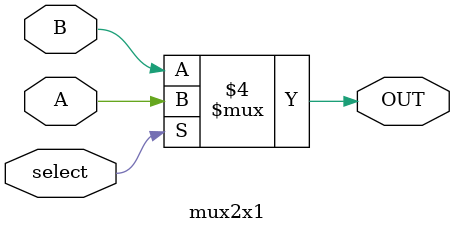
<source format=v>

module mux2x1 (A , B, select, OUT);
    input A, B, select;
    output OUT;
    reg OUT;
    always @ (select or A or B )
        if (select == 1) OUT = A;
        else OUT = B;
endmodule
</source>
